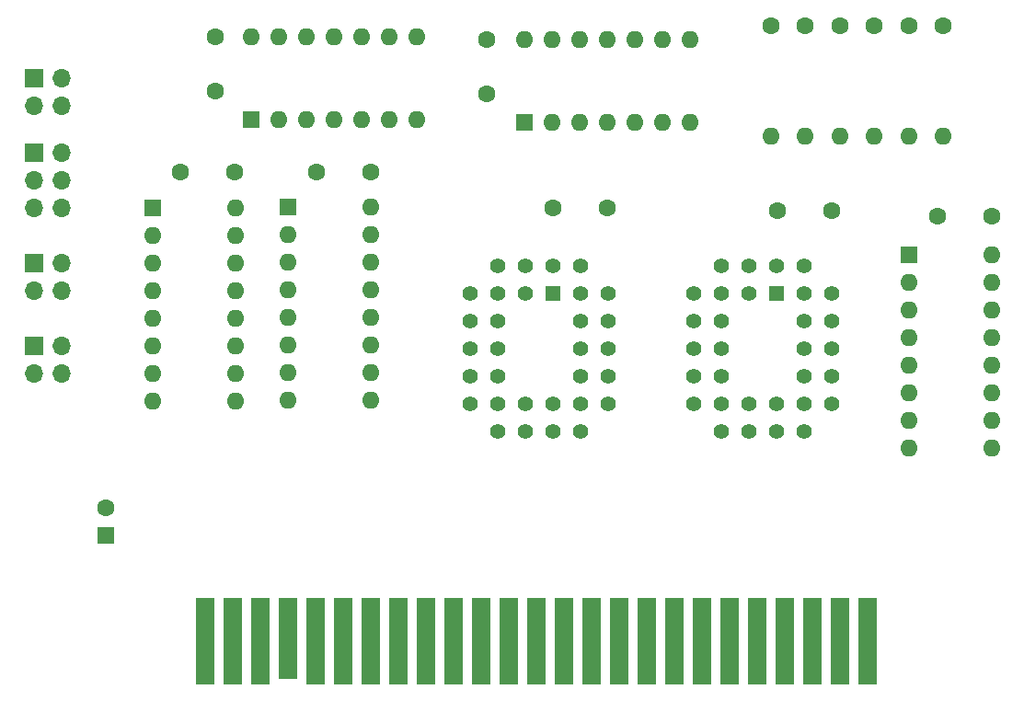
<source format=gbr>
%TF.GenerationSoftware,KiCad,Pcbnew,7.0.1*%
%TF.CreationDate,2023-06-02T18:32:51+09:00*%
%TF.ProjectId,project2_2,70726f6a-6563-4743-925f-322e6b696361,rev?*%
%TF.SameCoordinates,Original*%
%TF.FileFunction,Soldermask,Top*%
%TF.FilePolarity,Negative*%
%FSLAX46Y46*%
G04 Gerber Fmt 4.6, Leading zero omitted, Abs format (unit mm)*
G04 Created by KiCad (PCBNEW 7.0.1) date 2023-06-02 18:32:51*
%MOMM*%
%LPD*%
G01*
G04 APERTURE LIST*
%ADD10C,1.600000*%
%ADD11R,1.700000X8.000000*%
%ADD12R,1.700000X7.500000*%
%ADD13R,1.600000X1.600000*%
%ADD14O,1.600000X1.600000*%
%ADD15R,1.700000X1.700000*%
%ADD16O,1.700000X1.700000*%
%ADD17R,1.422400X1.422400*%
%ADD18C,1.422400*%
G04 APERTURE END LIST*
D10*
%TO.C,C1*%
X164124000Y-107442000D03*
X169124000Y-107442000D03*
%TD*%
D11*
%TO.C,CE1*%
X193040000Y-147320000D03*
X190500000Y-147320000D03*
X187960000Y-147320000D03*
X185420000Y-147320000D03*
X182880000Y-147320000D03*
X180340000Y-147320000D03*
X177800000Y-147320000D03*
X175260000Y-147320000D03*
X172720000Y-147320000D03*
X170180000Y-147320000D03*
X167640000Y-147320000D03*
X165100000Y-147320000D03*
X162560000Y-147320000D03*
X160020000Y-147320000D03*
X157480000Y-147320000D03*
X154940000Y-147320000D03*
X152400000Y-147320000D03*
X149860000Y-147320000D03*
X147320000Y-147320000D03*
X144780000Y-147320000D03*
X142240000Y-147320000D03*
D12*
X139700160Y-147070560D03*
D11*
X137160000Y-147320000D03*
X134620000Y-147320000D03*
X132080000Y-147320000D03*
%TD*%
D10*
%TO.C,C8*%
X157988000Y-91988000D03*
X157988000Y-96988000D03*
%TD*%
%TO.C,C5*%
X122936000Y-135103113D03*
D13*
X122936000Y-137603113D03*
%TD*%
D10*
%TO.C,R2*%
X187325000Y-90678000D03*
D14*
X187325000Y-100838000D03*
%TD*%
D10*
%TO.C,C7*%
X133091000Y-91744000D03*
X133091000Y-96744000D03*
%TD*%
%TO.C,C2*%
X184738000Y-107696000D03*
X189738000Y-107696000D03*
%TD*%
%TO.C,C3*%
X147320000Y-104140000D03*
X142320000Y-104140000D03*
%TD*%
%TO.C,R1*%
X184150000Y-90678000D03*
D14*
X184150000Y-100838000D03*
%TD*%
D13*
%TO.C,U7*%
X196850000Y-111760000D03*
D14*
X196850000Y-114300000D03*
X196850000Y-116840000D03*
X196850000Y-119380000D03*
X196850000Y-121920000D03*
X196850000Y-124460000D03*
X196850000Y-127000000D03*
X196850000Y-129540000D03*
X204470000Y-129540000D03*
X204470000Y-127000000D03*
X204470000Y-124460000D03*
X204470000Y-121920000D03*
X204470000Y-119380000D03*
X204470000Y-116840000D03*
X204470000Y-114300000D03*
X204470000Y-111760000D03*
%TD*%
D15*
%TO.C,J4*%
X116332000Y-120142000D03*
D16*
X118872000Y-120142000D03*
X116332000Y-122682000D03*
X118872000Y-122682000D03*
%TD*%
D13*
%TO.C,U4*%
X127254000Y-107442000D03*
D14*
X127254000Y-109982000D03*
X127254000Y-112522000D03*
X127254000Y-115062000D03*
X127254000Y-117602000D03*
X127254000Y-120142000D03*
X127254000Y-122682000D03*
X127254000Y-125222000D03*
X134874000Y-125222000D03*
X134874000Y-122682000D03*
X134874000Y-120142000D03*
X134874000Y-117602000D03*
X134874000Y-115062000D03*
X134874000Y-112522000D03*
X134874000Y-109982000D03*
X134874000Y-107442000D03*
%TD*%
D10*
%TO.C,C4*%
X129834000Y-104140000D03*
X134834000Y-104140000D03*
%TD*%
%TO.C,R3*%
X190500000Y-90678000D03*
D14*
X190500000Y-100838000D03*
%TD*%
D10*
%TO.C,R5*%
X196850000Y-90678000D03*
D14*
X196850000Y-100838000D03*
%TD*%
D15*
%TO.C,J2*%
X116332000Y-102362000D03*
D16*
X118872000Y-102362000D03*
X116332000Y-104902000D03*
X118872000Y-104902000D03*
X116332000Y-107442000D03*
X118872000Y-107442000D03*
%TD*%
D13*
%TO.C,U3*%
X139710000Y-107432000D03*
D14*
X139710000Y-109972000D03*
X139710000Y-112512000D03*
X139710000Y-115052000D03*
X139710000Y-117592000D03*
X139710000Y-120132000D03*
X139710000Y-122672000D03*
X139710000Y-125212000D03*
X147330000Y-125212000D03*
X147330000Y-122672000D03*
X147330000Y-120132000D03*
X147330000Y-117592000D03*
X147330000Y-115052000D03*
X147330000Y-112512000D03*
X147330000Y-109972000D03*
X147330000Y-107432000D03*
%TD*%
D15*
%TO.C,J1*%
X116332000Y-95562000D03*
D16*
X118872000Y-95562000D03*
X116332000Y-98102000D03*
X118872000Y-98102000D03*
%TD*%
D17*
%TO.C,U2*%
X184658000Y-115316000D03*
D18*
X182118000Y-112776000D03*
X182118000Y-115316000D03*
X179578000Y-112776000D03*
X177038000Y-115316000D03*
X179578000Y-115316000D03*
X177038000Y-117856000D03*
X179578000Y-117856000D03*
X177038000Y-120396000D03*
X179578000Y-120396000D03*
X177038000Y-122936000D03*
X179578000Y-122936000D03*
X177038000Y-125476000D03*
X179578000Y-128016000D03*
X179578000Y-125476000D03*
X182118000Y-128016000D03*
X182118000Y-125476000D03*
X184658000Y-128016000D03*
X184658000Y-125476000D03*
X187198000Y-128016000D03*
X189738000Y-125476000D03*
X187198000Y-125476000D03*
X189738000Y-122936000D03*
X187198000Y-122936000D03*
X189738000Y-120396000D03*
X187198000Y-120396000D03*
X189738000Y-117856000D03*
X187198000Y-117856000D03*
X189738000Y-115316000D03*
X187198000Y-112776000D03*
X187198000Y-115316000D03*
X184658000Y-112776000D03*
%TD*%
D10*
%TO.C,R6*%
X200025000Y-90678000D03*
D14*
X200025000Y-100838000D03*
%TD*%
D10*
%TO.C,C6*%
X204470000Y-108204000D03*
X199470000Y-108204000D03*
%TD*%
D13*
%TO.C,U5*%
X136393000Y-99314000D03*
D14*
X138933000Y-99314000D03*
X141473000Y-99314000D03*
X144013000Y-99314000D03*
X146553000Y-99314000D03*
X149093000Y-99314000D03*
X151633000Y-99314000D03*
X151633000Y-91694000D03*
X149093000Y-91694000D03*
X146553000Y-91694000D03*
X144013000Y-91694000D03*
X141473000Y-91694000D03*
X138933000Y-91694000D03*
X136393000Y-91694000D03*
%TD*%
D10*
%TO.C,R4*%
X193675000Y-90678000D03*
D14*
X193675000Y-100838000D03*
%TD*%
D15*
%TO.C,J3*%
X116332000Y-112522000D03*
D16*
X118872000Y-112522000D03*
X116332000Y-115062000D03*
X118872000Y-115062000D03*
%TD*%
D18*
%TO.C,U1*%
X164084000Y-112776000D03*
X166624000Y-115316000D03*
X166624000Y-112776000D03*
X169164000Y-115316000D03*
X166624000Y-117856000D03*
X169164000Y-117856000D03*
X166624000Y-120396000D03*
X169164000Y-120396000D03*
X166624000Y-122936000D03*
X169164000Y-122936000D03*
X166624000Y-125476000D03*
X169164000Y-125476000D03*
X166624000Y-128016000D03*
X164084000Y-125476000D03*
X164084000Y-128016000D03*
X161544000Y-125476000D03*
X161544000Y-128016000D03*
X159004000Y-125476000D03*
X159004000Y-128016000D03*
X156464000Y-125476000D03*
X159004000Y-122936000D03*
X156464000Y-122936000D03*
X159004000Y-120396000D03*
X156464000Y-120396000D03*
X159004000Y-117856000D03*
X156464000Y-117856000D03*
X159004000Y-115316000D03*
X156464000Y-115316000D03*
X159004000Y-112776000D03*
X161544000Y-115316000D03*
X161544000Y-112776000D03*
D17*
X164084000Y-115316000D03*
%TD*%
D13*
%TO.C,U6*%
X161502000Y-99568000D03*
D14*
X164042000Y-99568000D03*
X166582000Y-99568000D03*
X169122000Y-99568000D03*
X171662000Y-99568000D03*
X174202000Y-99568000D03*
X176742000Y-99568000D03*
X176742000Y-91948000D03*
X174202000Y-91948000D03*
X171662000Y-91948000D03*
X169122000Y-91948000D03*
X166582000Y-91948000D03*
X164042000Y-91948000D03*
X161502000Y-91948000D03*
%TD*%
M02*

</source>
